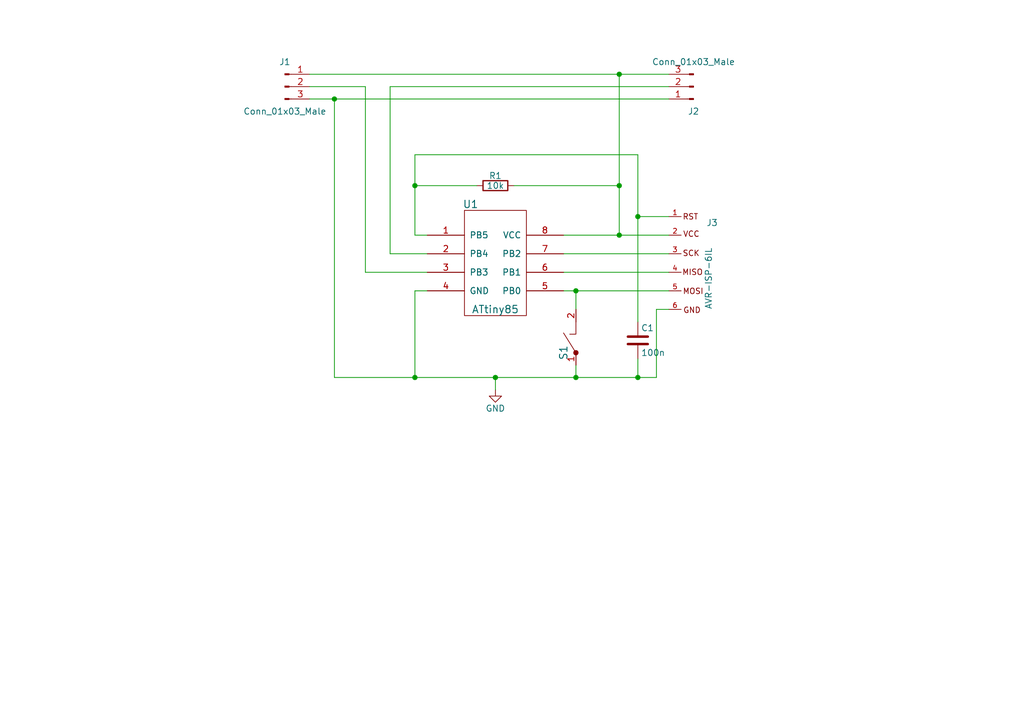
<source format=kicad_sch>
(kicad_sch (version 20211123) (generator eeschema)
  (paper "A5")
  (lib_symbols
    (symbol "Connector:Conn_01x03_Male" (pin_names (offset 1.016) hide)
      (property "Reference" "J" (at 0 5.08 0))
      (property "Value" "Conn_01x03_Male" (at 0 -5.08 0))
      (symbol "Conn_01x03_Male_1_1"
        (polyline (pts (xy 1.27 -2.54) (xy 0.8636 -2.54)) (stroke (width 0.1524)))
        (polyline (pts (xy 1.27 0) (xy 0.8636 0)) (stroke (width 0.1524)))
        (polyline (pts (xy 1.27 2.54) (xy 0.8636 2.54)) (stroke (width 0.1524)))
        (rectangle (start 0.8636 -2.413) (end 0 -2.667) (stroke (width 0.1524)) (fill (type outline)))
        (rectangle (start 0.8636 0.127) (end 0 -0.127) (stroke (width 0.1524)) (fill (type outline)))
        (rectangle (start 0.8636 2.667) (end 0 2.413) (stroke (width 0.1524)) (fill (type outline)))
        (pin passive line (at 5.08 2.54 180) (length 3.81) (name "Pin_1") (number "1"))
        (pin passive line (at 5.08 0 180) (length 3.81) (name "Pin_2") (number "2"))
        (pin passive line (at 5.08 -2.54 180) (length 3.81) (name "Pin_3") (number "3"))
      )
    )
    (symbol "Device:C" (pin_numbers hide) (pin_names (offset 0.254))
      (property "Reference" "C" (at 0.635 2.54 0))
      (property "Value" "C" (at 0.635 -2.54 0))
      (symbol "C_0_1"
        (polyline (pts (xy -2.032 -0.762) (xy 2.032 -0.762)) (stroke (width 0.508)))
        (polyline (pts (xy -2.032 0.762) (xy 2.032 0.762)) (stroke (width 0.508)))
      )
      (symbol "C_1_1"
        (pin passive line (at 0 3.81 270) (length 2.794) (name "~") (number "1"))
        (pin passive line (at 0 -3.81 90) (length 2.794) (name "~") (number "2"))
      )
    )
    (symbol "Device:R" (pin_numbers hide) (pin_names (offset 0))
      (property "Reference" "R" (at 2.032 0 90))
      (property "Value" "R" (at 0 0 90))
      (symbol "R_0_1"
        (rectangle (start -1.016 -2.54) (end 1.016 2.54) (stroke (width 0.254)))
      )
      (symbol "R_1_1"
        (pin passive line (at 0 3.81 270) (length 1.27) (name "~") (number "1"))
        (pin passive line (at 0 -3.81 90) (length 1.27) (name "~") (number "2"))
      )
    )
    (symbol "power:GND" (power) (pin_names (offset 0))
      (property "Value" "GND" (at 0 -3.81 0))
      (symbol "GND_0_1"
        (polyline (pts (xy 0 0) (xy 0 -1.27) (xy 1.27 -1.27) (xy 0 -2.54) (xy -1.27 -1.27) (xy 0 -1.27)))
      )
      (symbol "GND_1_1"
        (pin power_in line (at 0 0 270) (length 0) hide (name "GND") (number "1"))
      )
    )
    (symbol "rg:ATtiny85" (pin_names (offset 1.016))
      (property "Reference" "U" (at -5.08 22.86 0))
      (property "Value" "ATtiny85" (at 0 1.27 0))
      (symbol "ATtiny85_0_1"
        (rectangle (start -6.35 21.59) (end 6.35 0))
      )
      (symbol "ATtiny85_1_1"
        (pin input line (at -13.97 16.51 0) (length 7.62) (name "PB5") (number "1"))
        (pin input line (at -13.97 12.7 0) (length 7.62) (name "PB4") (number "2"))
        (pin input line (at -13.97 8.89 0) (length 7.62) (name "PB3") (number "3"))
        (pin passive line (at -13.97 5.08 0) (length 7.62) (name "GND") (number "4"))
        (pin input line (at 13.97 5.08 180) (length 7.62) (name "PB0") (number "5"))
        (pin input line (at 13.97 8.89 180) (length 7.62) (name "PB1") (number "6"))
        (pin input line (at 13.97 12.7 180) (length 7.62) (name "PB2") (number "7"))
        (pin power_in line (at 13.97 16.51 180) (length 7.62) (name "VCC") (number "8"))
      )
    )
    (symbol "rg:AVR-ISP-6IL" (pin_names (offset 1.016))
      (property "Reference" "J" (at 1.27 8.89 0))
      (property "Value" "AVR-ISP-6IL" (at 1.27 -8.89 90))
      (symbol "AVR-ISP-6IL_0_0"
        (text "SCK" (at -4.826 2.667 0) (effects (font (size 1.143 1.143)) (justify left)))
        (text "VCC" (at -1.27 6.604 0) (effects (font (size 1.143 1.143)) (justify right)))
      )
      (symbol "AVR-ISP-6IL_1_0"
        (text "GND" (at -1.016 -9.017 0) (effects (font (size 1.143 1.143)) (justify right)))
        (text "MISO" (at -2.7432 -1.2192 0) (effects (font (size 1.143 1.143))))
        (text "MOSI" (at -0.4572 -5.1308 0) (effects (font (size 1.143 1.143)) (justify right)))
        (text "RST" (at -4.826 10.16 0) (effects (font (size 1.143 1.143)) (justify left)))
      )
      (symbol "AVR-ISP-6IL_1_1"
        (pin passive line (at -7.62 10.16 0) (length 2.54) (name "~") (number "1"))
        (pin passive line (at -7.62 6.35 0) (length 2.54) (name "~") (number "2"))
        (pin passive line (at -7.62 2.54 0) (length 2.54) (name "~") (number "3"))
        (pin passive line (at -7.62 -1.27 0) (length 2.54) (name "~") (number "4"))
        (pin passive line (at -7.62 -5.08 0) (length 2.54) (name "~") (number "5"))
        (pin passive line (at -7.62 -8.89 0) (length 2.54) (name "~") (number "6"))
      )
    )
    (symbol "rg:TASTER" (pin_names (offset 1.016))
      (property "Reference" "S" (at -3.81 -3.81 0))
      (symbol "TASTER_0_1"
        (circle (center -3.81 -6.35) (radius 0.4572) (fill (type outline)))
        (polyline (pts (xy -3.81 -6.35) (xy 0.254 -3.81) (xy 0.254 -3.81) (xy 0.254 -3.81)))
        (polyline (pts (xy 0 -5.08) (xy 0 -6.35) (xy 2.54 -6.35) (xy 2.54 -6.35)))
      )
      (symbol "TASTER_1_1"
        (pin input line (at -6.35 -6.35 0) (length 2.54) (name "~") (number "1"))
        (pin input line (at 5.08 -6.35 180) (length 2.54) (name "~") (number "2"))
      )
    )
  )
  (junction (at 85.09 77.47))
  (junction (at 85.09 38.1))
  (junction (at 127 48.26))
  (junction (at 127 15.24))
  (junction (at 118.11 59.69))
  (junction (at 127 38.1))
  (junction (at 68.58 20.32))
  (junction (at 130.81 44.45))
  (junction (at 101.6 77.47))
  (junction (at 130.81 77.47))
  (junction (at 118.11 77.47))
  (wire (pts (xy 137.16 17.78) (xy 80.01 17.78)))
  (wire (pts (xy 85.09 31.75) (xy 130.81 31.75)))
  (wire (pts (xy 101.6 77.47) (xy 118.11 77.47)))
  (wire (pts (xy 68.58 20.32) (xy 68.58 77.47)))
  (wire (pts (xy 85.09 38.1) (xy 85.09 31.75)))
  (wire (pts (xy 63.5 15.24) (xy 127 15.24)))
  (wire (pts (xy 118.11 59.69) (xy 137.16 59.69)))
  (wire (pts (xy 127 15.24) (xy 127 38.1)))
  (wire (pts (xy 127 15.24) (xy 137.16 15.24)))
  (wire (pts (xy 80.01 52.07) (xy 87.63 52.07)))
  (wire (pts (xy 130.81 31.75) (xy 130.81 44.45)))
  (wire (pts (xy 115.57 55.88) (xy 137.16 55.88)))
  (wire (pts (xy 85.09 38.1) (xy 97.79 38.1)))
  (wire (pts (xy 80.01 17.78) (xy 80.01 52.07)))
  (wire (pts (xy 118.11 59.69) (xy 118.11 63.5)))
  (wire (pts (xy 127 38.1) (xy 127 48.26)))
  (wire (pts (xy 68.58 77.47) (xy 85.09 77.47)))
  (wire (pts (xy 85.09 48.26) (xy 85.09 38.1)))
  (wire (pts (xy 137.16 63.5) (xy 134.62 63.5)))
  (wire (pts (xy 130.81 77.47) (xy 134.62 77.47)))
  (wire (pts (xy 63.5 20.32) (xy 68.58 20.32)))
  (wire (pts (xy 105.41 38.1) (xy 127 38.1)))
  (wire (pts (xy 63.5 17.78) (xy 74.93 17.78)))
  (wire (pts (xy 74.93 55.88) (xy 87.63 55.88)))
  (wire (pts (xy 115.57 59.69) (xy 118.11 59.69)))
  (wire (pts (xy 101.6 77.47) (xy 85.09 77.47)))
  (wire (pts (xy 68.58 20.32) (xy 137.16 20.32)))
  (wire (pts (xy 85.09 59.69) (xy 87.63 59.69)))
  (wire (pts (xy 118.11 77.47) (xy 130.81 77.47)))
  (wire (pts (xy 115.57 52.07) (xy 137.16 52.07)))
  (wire (pts (xy 87.63 48.26) (xy 85.09 48.26)))
  (wire (pts (xy 118.11 74.93) (xy 118.11 77.47)))
  (wire (pts (xy 130.81 44.45) (xy 130.81 66.04)))
  (wire (pts (xy 101.6 77.47) (xy 101.6 80.01)))
  (wire (pts (xy 74.93 17.78) (xy 74.93 55.88)))
  (wire (pts (xy 134.62 63.5) (xy 134.62 77.47)))
  (wire (pts (xy 115.57 48.26) (xy 127 48.26)))
  (wire (pts (xy 127 48.26) (xy 137.16 48.26)))
  (wire (pts (xy 85.09 77.47) (xy 85.09 59.69)))
  (wire (pts (xy 130.81 73.66) (xy 130.81 77.47)))
  (wire (pts (xy 137.16 44.45) (xy 130.81 44.45)))
  (symbol (lib_id "Device:C") (at 130.81 69.85 0) (unit 1)
    (property "Reference" "C1" (at 131.445 67.31 0) (effects (justify left)))
    (property "Value" "100n" (at 131.445 72.39 0) (effects (justify left)))
  )
  (symbol (lib_id "rg:AVR-ISP-6IL") (at 144.78 54.61 0) (unit 1)
    (property "Reference" "J3" (at 146.05 45.72 0))
    (property "Value" "AVR-ISP-6IL" (at 146.05 63.5 90) (effects (justify left bottom)))
    (property "Footprint" "AVR-ISP-6" (effects hide))
  )
  (symbol (lib_id "rg:ATtiny85") (at 101.6 64.77 0) (unit 1)
    (property "Reference" "U1" (at 96.52 41.91 0) (effects (font (size 1.524 1.524))))
    (property "Value" "ATtiny85" (at 101.6 63.5 0) (effects (font (size 1.524 1.524))))
  )
  (symbol (lib_id "Device:R") (at 101.6 38.1 90) (unit 1)
    (property "Reference" "R1" (at 101.6 36.068 90))
    (property "Value" "10k" (at 101.6 38.1 90))
  )
  (symbol (lib_id "rg:TASTER") (at 111.76 68.58 90) (unit 1)
    (property "Reference" "S1" (at 115.57 72.39 0) (effects (font (size 1.524 1.524))))
    (property "Value" "TASTER" (effects hide))
  )
  (symbol (lib_id "Connector:Conn_01x03_Male") (at 58.42 17.78 0) (unit 1)
    (property "Reference" "J1" (at 58.42 12.7 0))
    (property "Value" "Conn_01x03_Male" (at 58.42 22.86 0))
  )
  (symbol (lib_id "power:GND") (at 101.6 80.01 0) (unit 1)
    (property "Reference" "#PWR011" (effects hide))
    (property "Value" "GND" (at 101.6 83.82 0))
  )
  (symbol (lib_id "Connector:Conn_01x03_Male") (at 142.24 17.78 180) (unit 1)
    (property "Reference" "J2" (at 142.24 22.86 0))
    (property "Value" "Conn_01x03_Male" (at 142.24 12.7 0))
  )
)
</source>
